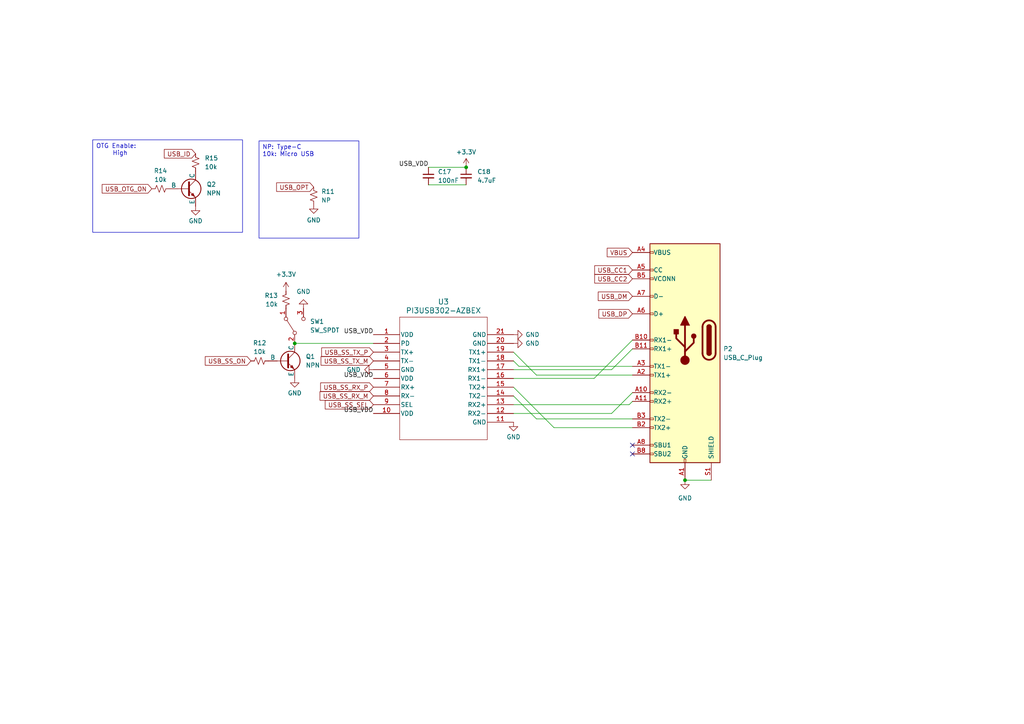
<source format=kicad_sch>
(kicad_sch (version 20230121) (generator eeschema)
  (paper "A4")
  (title_block (title "FusionX") (date "2023-08-17") (rev "1") (company "NoahGWood") (comment 1 "License: The Unlicense") (comment 2 "twitch.tv/u/noahgwood") (comment 3 "Developed Live On:") (comment 4 "SC600Y Based Smartphone"))
  (lib_symbols
    (symbol "2023-08-17_21-39-27:PI3USB302-AZBEX" (pin_names (offset 0.254))
      (property "Reference" "U" (at 20.32 10.16 0))
      (property "Value" "PI3USB302-AZBEX" (at 20.32 7.62 0))
      (symbol "PI3USB302-AZBEX_0_1"
        (polyline (pts (xy 7.62 -30.48) (xy 33.02 -30.48)) (stroke (width 0.127)))
        (polyline (pts (xy 7.62 5.08) (xy 7.62 -30.48)) (stroke (width 0.127)))
        (polyline (pts (xy 33.02 -30.48) (xy 33.02 5.08)) (stroke (width 0.127)))
        (polyline (pts (xy 33.02 5.08) (xy 7.62 5.08)) (stroke (width 0.127)))
        (pin power_in line (at 0 0 0) (length 7.62) (name "VDD") (number "1"))
        (pin power_in line (at 0 -22.86 0) (length 7.62) (name "VDD") (number "10"))
        (pin power_out line (at 40.64 -25.4 180) (length 7.62) (name "GND") (number "11"))
        (pin bidirectional line (at 40.64 -22.86 180) (length 7.62) (name "RX2-") (number "12"))
        (pin bidirectional line (at 40.64 -20.32 180) (length 7.62) (name "RX2+") (number "13"))
        (pin bidirectional line (at 40.64 -17.78 180) (length 7.62) (name "TX2-") (number "14"))
        (pin bidirectional line (at 40.64 -15.24 180) (length 7.62) (name "TX2+") (number "15"))
        (pin bidirectional line (at 40.64 -12.7 180) (length 7.62) (name "RX1-") (number "16"))
        (pin bidirectional line (at 40.64 -10.16 180) (length 7.62) (name "RX1+") (number "17"))
        (pin bidirectional line (at 40.64 -7.62 180) (length 7.62) (name "TX1-") (number "18"))
        (pin bidirectional line (at 40.64 -5.08 180) (length 7.62) (name "TX1+") (number "19"))
        (pin input line (at 0 -2.54 0) (length 7.62) (name "PD") (number "2"))
        (pin power_out line (at 40.64 -2.54 180) (length 7.62) (name "GND") (number "20"))
        (pin power_out line (at 40.64 0 180) (length 7.62) (name "GND") (number "21"))
        (pin bidirectional line (at 0 -5.08 0) (length 7.62) (name "TX+") (number "3"))
        (pin bidirectional line (at 0 -7.62 0) (length 7.62) (name "TX-") (number "4"))
        (pin power_out line (at 0 -10.16 0) (length 7.62) (name "GND") (number "5"))
        (pin power_in line (at 0 -12.7 0) (length 7.62) (name "VDD") (number "6"))
        (pin bidirectional line (at 0 -15.24 0) (length 7.62) (name "RX+") (number "7"))
        (pin bidirectional line (at 0 -17.78 0) (length 7.62) (name "RX-") (number "8"))
        (pin input line (at 0 -20.32 0) (length 7.62) (name "SEL") (number "9"))
      )
    )
    (symbol "Connector:USB_C_Plug" (pin_names (offset 1.016))
      (property "Reference" "P" (at -10.16 29.21 0))
      (property "Value" "USB_C_Plug" (at 10.16 29.21 0))
      (symbol "USB_C_Plug_0_0"
        (rectangle (start -0.254 -35.56) (end 0.254 -34.544))
        (rectangle (start 10.16 -32.766) (end 9.144 -33.274))
        (rectangle (start 10.16 -30.226) (end 9.144 -30.734))
        (rectangle (start 10.16 -25.146) (end 9.144 -25.654))
        (rectangle (start 10.16 -22.606) (end 9.144 -23.114))
        (rectangle (start 10.16 -17.526) (end 9.144 -18.034))
        (rectangle (start 10.16 -14.986) (end 9.144 -15.494))
        (rectangle (start 10.16 -9.906) (end 9.144 -10.414))
        (rectangle (start 10.16 -7.366) (end 9.144 -7.874))
        (rectangle (start 10.16 -2.286) (end 9.144 -2.794))
        (rectangle (start 10.16 0.254) (end 9.144 -0.254))
        (rectangle (start 10.16 7.874) (end 9.144 7.366))
        (rectangle (start 10.16 12.954) (end 9.144 12.446))
        (rectangle (start 10.16 18.034) (end 9.144 17.526))
        (rectangle (start 10.16 20.574) (end 9.144 20.066))
        (rectangle (start 10.16 25.654) (end 9.144 25.146))
      )
      (symbol "USB_C_Plug_0_1"
        (rectangle (start -10.16 27.94) (end 10.16 -35.56) (stroke (width 0.254)) (fill (type background)))
        (arc (start -8.89 -3.81) (mid -6.985 -5.7067) (end -5.08 -3.81) (stroke (width 0.508)))
        (arc (start -7.62 -3.81) (mid -6.985 -4.4423) (end -6.35 -3.81) (stroke (width 0.254)))
        (arc (start -7.62 -3.81) (mid -6.985 -4.4423) (end -6.35 -3.81) (stroke (width 0.254)) (fill (type outline)))
        (rectangle (start -7.62 -3.81) (end -6.35 3.81) (stroke (width 0.254)) (fill (type outline)))
        (arc (start -6.35 3.81) (mid -6.985 4.4423) (end -7.62 3.81) (stroke (width 0.254)))
        (arc (start -6.35 3.81) (mid -6.985 4.4423) (end -7.62 3.81) (stroke (width 0.254)) (fill (type outline)))
        (arc (start -5.08 3.81) (mid -6.985 5.7067) (end -8.89 3.81) (stroke (width 0.508)))
        (polyline (pts (xy -8.89 -3.81) (xy -8.89 3.81)) (stroke (width 0.508)))
        (polyline (pts (xy -5.08 3.81) (xy -5.08 -3.81)) (stroke (width 0.508)))
      )
      (symbol "USB_C_Plug_1_1"
        (circle (center -2.54 1.143) (radius 0.635) (stroke (width 0.254)) (fill (type outline)))
        (circle (center 0 -5.842) (radius 1.27) (fill (type outline)))
        (polyline (pts (xy 0 -5.842) (xy 0 4.318)) (stroke (width 0.508)))
        (polyline (pts (xy 0 -3.302) (xy -2.54 -0.762) (xy -2.54 0.508)) (stroke (width 0.508)))
        (polyline (pts (xy 0 -2.032) (xy 2.54 0.508) (xy 2.54 1.778)) (stroke (width 0.508)))
        (polyline (pts (xy -1.27 4.318) (xy 0 6.858) (xy 1.27 4.318) (xy -1.27 4.318)) (stroke (width 0.254)) (fill (type outline)))
        (rectangle (start 1.905 1.778) (end 3.175 3.048) (stroke (width 0.254)) (fill (type outline)))
        (pin passive line (at 0 -40.64 90) (length 5.08) (name "GND") (number "A1"))
        (pin bidirectional line (at 15.24 -15.24 180) (length 5.08) (name "RX2-") (number "A10"))
        (pin bidirectional line (at 15.24 -17.78 180) (length 5.08) (name "RX2+") (number "A11"))
        (pin passive line (at 0 -40.64 90) (length 5.08) hide (name "GND") (number "A12"))
        (pin bidirectional line (at 15.24 -10.16 180) (length 5.08) (name "TX1+") (number "A2"))
        (pin bidirectional line (at 15.24 -7.62 180) (length 5.08) (name "TX1-") (number "A3"))
        (pin passive line (at 15.24 25.4 180) (length 5.08) (name "VBUS") (number "A4"))
        (pin bidirectional line (at 15.24 20.32 180) (length 5.08) (name "CC") (number "A5"))
        (pin bidirectional line (at 15.24 7.62 180) (length 5.08) (name "D+") (number "A6"))
        (pin bidirectional line (at 15.24 12.7 180) (length 5.08) (name "D-") (number "A7"))
        (pin bidirectional line (at 15.24 -30.48 180) (length 5.08) (name "SBU1") (number "A8"))
        (pin passive line (at 15.24 25.4 180) (length 5.08) hide (name "VBUS") (number "A9"))
        (pin passive line (at 0 -40.64 90) (length 5.08) hide (name "GND") (number "B1"))
        (pin bidirectional line (at 15.24 0 180) (length 5.08) (name "RX1-") (number "B10"))
        (pin bidirectional line (at 15.24 -2.54 180) (length 5.08) (name "RX1+") (number "B11"))
        (pin passive line (at 0 -40.64 90) (length 5.08) hide (name "GND") (number "B12"))
        (pin bidirectional line (at 15.24 -25.4 180) (length 5.08) (name "TX2+") (number "B2"))
        (pin bidirectional line (at 15.24 -22.86 180) (length 5.08) (name "TX2-") (number "B3"))
        (pin passive line (at 15.24 25.4 180) (length 5.08) hide (name "VBUS") (number "B4"))
        (pin bidirectional line (at 15.24 17.78 180) (length 5.08) (name "VCONN") (number "B5"))
        (pin bidirectional line (at 15.24 -33.02 180) (length 5.08) (name "SBU2") (number "B8"))
        (pin passive line (at 15.24 25.4 180) (length 5.08) hide (name "VBUS") (number "B9"))
        (pin passive line (at -7.62 -40.64 90) (length 5.08) (name "SHIELD") (number "S1"))
      )
    )
    (symbol "Device:C_Small" (pin_numbers hide) (pin_names (offset 0.254) hide)
      (property "Reference" "C" (at 0.254 1.778 0))
      (property "Value" "C_Small" (at 0.254 -2.032 0))
      (symbol "C_Small_0_1"
        (polyline (pts (xy -1.524 -0.508) (xy 1.524 -0.508)) (stroke (width 0.3302)))
        (polyline (pts (xy -1.524 0.508) (xy 1.524 0.508)) (stroke (width 0.3048)))
      )
      (symbol "C_Small_1_1"
        (pin passive line (at 0 2.54 270) (length 2.032) (name "~") (number "1"))
        (pin passive line (at 0 -2.54 90) (length 2.032) (name "~") (number "2"))
      )
    )
    (symbol "Device:R_Small_US" (pin_numbers hide) (pin_names (offset 0.254) hide)
      (property "Reference" "R" (at 0.762 0.508 0))
      (property "Value" "R_Small_US" (at 0.762 -1.016 0))
      (symbol "R_Small_US_1_1"
        (polyline (pts (xy 0 0) (xy 1.016 -0.381) (xy 0 -0.762) (xy -1.016 -1.143) (xy 0 -1.524)))
        (polyline (pts (xy 0 1.524) (xy 1.016 1.143) (xy 0 0.762) (xy -1.016 0.381) (xy 0 0)))
        (pin passive line (at 0 2.54 270) (length 1.016) (name "~") (number "1"))
        (pin passive line (at 0 -2.54 90) (length 1.016) (name "~") (number "2"))
      )
    )
    (symbol "Simulation_SPICE:NPN" (pin_numbers hide) (pin_names (offset 0))
      (property "Reference" "Q" (at -2.54 7.62 0))
      (property "Value" "NPN" (at -2.54 5.08 0))
      (symbol "NPN_0_1"
        (polyline (pts (xy -2.54 0) (xy 0.635 0)) (stroke (width 0.1524)))
        (polyline (pts (xy 0.635 0.635) (xy 2.54 2.54)))
        (polyline (pts (xy 2.794 -1.27) (xy 2.794 -1.27)) (stroke (width 0.1524)))
        (polyline (pts (xy 2.794 -1.27) (xy 2.794 -1.27)) (stroke (width 0.1524)))
        (polyline (pts (xy 0.635 -0.635) (xy 2.54 -2.54) (xy 2.54 -2.54)))
        (polyline (pts (xy 0.635 1.905) (xy 0.635 -1.905) (xy 0.635 -1.905)) (stroke (width 0.508)))
        (polyline (pts (xy 1.27 -1.778) (xy 1.778 -1.27) (xy 2.286 -2.286) (xy 1.27 -1.778) (xy 1.27 -1.778)) (fill (type outline)))
        (circle (center 1.27 0) (radius 2.8194) (stroke (width 0.254)))
      )
      (symbol "NPN_1_1"
        (pin open_collector line (at 2.54 5.08 270) (length 2.54) (name "C") (number "1"))
        (pin input line (at -5.08 0 0) (length 2.54) (name "B") (number "2"))
        (pin open_emitter line (at 2.54 -5.08 90) (length 2.54) (name "E") (number "3"))
      )
    )
    (symbol "Switch:SW_SPDT" (pin_names (offset 0) hide)
      (property "Reference" "SW" (at 0 4.318 0))
      (property "Value" "SW_SPDT" (at 0 -5.08 0))
      (symbol "SW_SPDT_0_0"
        (circle (center -2.032 0) (radius 0.508))
        (circle (center 2.032 -2.54) (radius 0.508))
      )
      (symbol "SW_SPDT_0_1"
        (polyline (pts (xy -1.524 0.254) (xy 1.651 2.286)))
        (circle (center 2.032 2.54) (radius 0.508))
      )
      (symbol "SW_SPDT_1_1"
        (pin passive line (at 5.08 2.54 180) (length 2.54) (name "A") (number "1"))
        (pin passive line (at -5.08 0 0) (length 2.54) (name "B") (number "2"))
        (pin passive line (at 5.08 -2.54 180) (length 2.54) (name "C") (number "3"))
      )
    )
    (symbol "power:+3.3V" (power) (pin_names (offset 0))
      (property "Value" "+3.3V" (at 0 3.556 0))
      (symbol "+3.3V_0_1"
        (polyline (pts (xy -0.762 1.27) (xy 0 2.54)))
        (polyline (pts (xy 0 0) (xy 0 2.54)))
        (polyline (pts (xy 0 2.54) (xy 0.762 1.27)))
      )
      (symbol "+3.3V_1_1"
        (pin power_in line (at 0 0 90) (length 0) hide (name "+3.3V") (number "1"))
      )
    )
    (symbol "power:GND" (power) (pin_names (offset 0))
      (property "Value" "GND" (at 0 -3.81 0))
      (symbol "GND_0_1"
        (polyline (pts (xy 0 0) (xy 0 -1.27) (xy 1.27 -1.27) (xy 0 -2.54) (xy -1.27 -1.27) (xy 0 -1.27)))
      )
      (symbol "GND_1_1"
        (pin power_in line (at 0 0 270) (length 0) hide (name "GND") (number "1"))
      )
    )
  )
  (junction (at 198.6755 139.2768))
  (junction (at 135.2014 48.5272))
  (junction (at 85.4785 99.6018))
  (no_connect (at 183.4355 129.1168))
  (no_connect (at 183.4355 131.6568))
  (wire (pts (xy 148.9385 109.7618) (xy 172.3105 109.7618)))
  (wire (pts (xy 148.9385 119.9218) (xy 177.3905 119.9218)))
  (wire (pts (xy 183.4355 121.4968) (xy 155.5935 121.4968)))
  (wire (pts (xy 172.3105 109.7618) (xy 183.4355 98.6368)))
  (wire (pts (xy 85.4785 99.6018) (xy 108.2985 99.6018)))
  (wire (pts (xy 135.2014 48.5272) (xy 124.2826 48.5272)))
  (wire (pts (xy 124.2826 53.6072) (xy 124.2682 53.6216)))
  (wire (pts (xy 148.9385 117.3818) (xy 182.4705 117.3818)))
  (wire (pts (xy 148.9385 107.2218) (xy 177.3905 107.2218)))
  (wire (pts (xy 150.5135 106.2568) (xy 148.9385 104.6818)))
  (wire (pts (xy 177.3905 107.2218) (xy 183.4355 101.1768)))
  (wire (pts (xy 183.4355 124.0368) (xy 160.6735 124.0368)))
  (wire (pts (xy 183.4355 106.2568) (xy 150.5135 106.2568)))
  (wire (pts (xy 198.6755 139.2768) (xy 206.2955 139.2768)))
  (wire (pts (xy 160.6735 124.0368) (xy 148.9385 112.3018)))
  (wire (pts (xy 155.5935 121.4968) (xy 148.9385 114.8418)))
  (wire (pts (xy 135.2014 53.6072) (xy 124.2826 53.6072)))
  (wire (pts (xy 177.3905 119.9218) (xy 183.4355 113.8768)))
  (wire (pts (xy 155.5935 108.7968) (xy 148.9385 102.1418)))
  (wire (pts (xy 124.2826 48.5272) (xy 124.2682 48.5416)))
  (wire (pts (xy 183.4355 108.7968) (xy 155.5935 108.7968)))
  (wire (pts (xy 182.4705 117.3818) (xy 183.4355 116.4168)))
  (text_box "OTG Enable:\n	High" (at 26.8895 40.5624 0) (size 43.4594 26.8199) (effects (font (size 1.27 1.27)) (justify left top)))
  (text_box "NP: Type-C\n10k: Micro USB" (at 75.1248 40.8659 0) (size 28.9693 28.1988) (effects (font (size 1.27 1.27)) (justify left top)))
  (label "USB_VDD" (at 108.2985 97.0618 180))
  (label "USB_VDD" (at 124.2826 48.5272 180))
  (label "USB_VDD" (at 108.2985 119.9218 180))
  (label "USB_VDD" (at 108.2985 109.7618 180))
  (global_label "USB_CC2" (shape input) (at 183.4355 80.8568 180) (property "Intersheetrefs" "${INTERSHEET_REFS}" (effects hide)))
  (global_label "USB_SS_RX_P" (shape input) (at 108.2985 112.3018 180) (property "Intersheetrefs" "${INTERSHEET_REFS}" (effects hide)))
  (global_label "USB_OPT" (shape input) (at 90.9963 54.2752 180) (property "Intersheetrefs" "${INTERSHEET_REFS}" (effects hide)))
  (global_label "USB_SS_TX_P" (shape input) (at 108.2985 102.1418 180) (property "Intersheetrefs" "${INTERSHEET_REFS}" (effects hide)))
  (global_label "USB_ID" (shape input) (at 56.7288 44.5956 180) (property "Intersheetrefs" "${INTERSHEET_REFS}" (effects hide)))
  (global_label "USB_SS_ON" (shape input) (at 72.7785 104.6818 180) (property "Intersheetrefs" "${INTERSHEET_REFS}" (effects hide)))
  (global_label "USB_DP" (shape input) (at 183.4355 91.0168 180) (property "Intersheetrefs" "${INTERSHEET_REFS}" (effects hide)))
  (global_label "USB_CC1" (shape input) (at 183.4355 78.3168 180) (property "Intersheetrefs" "${INTERSHEET_REFS}" (effects hide)))
  (global_label "USB_SS_SEL" (shape input) (at 108.2985 117.3818 180) (property "Intersheetrefs" "${INTERSHEET_REFS}" (effects hide)))
  (global_label "USB_OTG_ON" (shape input) (at 44.0288 54.7556 180) (property "Intersheetrefs" "${INTERSHEET_REFS}" (effects hide)))
  (global_label "USB_SS_RX_M" (shape input) (at 108.2985 114.8418 180) (property "Intersheetrefs" "${INTERSHEET_REFS}" (effects hide)))
  (global_label "USB_SS_TX_M" (shape input) (at 108.2985 104.6818 180) (property "Intersheetrefs" "${INTERSHEET_REFS}" (effects hide)))
  (global_label "VBUS" (shape input) (at 183.4355 73.2368 180) (property "Intersheetrefs" "${INTERSHEET_REFS}" (effects hide)))
  (global_label "USB_DM" (shape input) (at 183.4355 85.9368 180) (property "Intersheetrefs" "${INTERSHEET_REFS}" (effects hide)))
  (symbol (lib_id "power:GND") (at 148.9385 99.6018 90) (unit 1)
    (property "Reference" "#PWR074" (effects hide))
    (property "Value" "GND" (at 152.3929 99.6018 90) (effects (justify right)))
  )
  (symbol (lib_id "power:GND") (at 90.9963 59.3552 0) (unit 1)
    (property "Reference" "#PWR063" (effects hide))
    (property "Value" "GND" (at 90.9963 63.8452 0))
  )
  (symbol (lib_id "power:GND") (at 56.7288 59.8356 0) (unit 1)
    (property "Reference" "#PWR070" (effects hide))
    (property "Value" "GND" (at 56.7288 64.0796 0))
  )
  (symbol (lib_id "Device:R_Small_US") (at 75.3185 104.6818 90) (unit 1)
    (property "Reference" "R12" (at 75.3185 99.472 90))
    (property "Value" "10k" (at 75.3185 102.012 90))
  )
  (symbol (lib_id "Device:R_Small_US") (at 56.7288 47.1356 180) (unit 1)
    (property "Reference" "R15" (at 59.3628 45.8656 0) (effects (justify right)))
    (property "Value" "10k" (at 59.3628 48.4056 0) (effects (justify right)))
  )
  (symbol (lib_id "power:GND") (at 148.9385 97.0618 90) (unit 1)
    (property "Reference" "#PWR062" (effects hide))
    (property "Value" "GND" (at 152.3929 97.0618 90) (effects (justify right)))
  )
  (symbol (lib_id "power:+3.3V") (at 135.2014 48.5272 0) (unit 1)
    (property "Reference" "#PWR072" (effects hide))
    (property "Value" "+3.3V" (at 135.2014 44.0959 0))
  )
  (symbol (lib_id "Switch:SW_SPDT") (at 85.4785 94.5218 90) (unit 1)
    (property "Reference" "SW1" (at 89.9164 93.2518 90) (effects (justify right)))
    (property "Value" "SW_SPDT" (at 89.9164 95.7918 90) (effects (justify right)))
  )
  (symbol (lib_id "Device:R_Small_US") (at 82.9478 86.9895 0) (mirror x) (unit 1)
    (property "Reference" "R13" (at 80.6346 85.7195 0) (effects (justify right)))
    (property "Value" "10k" (at 80.6346 88.2595 0) (effects (justify right)))
  )
  (symbol (lib_id "2023-08-17_21-39-27:PI3USB302-AZBEX") (at 108.2985 97.0618 0) (unit 1)
    (property "Reference" "U3" (at 128.6185 87.5358 0) (effects (font (size 1.524 1.524))))
    (property "Value" "PI3USB302-AZBEX" (at 128.6185 90.0758 0) (effects (font (size 1.524 1.524))))
    (property "Footprint" "Phone:20TQFN-ZB_PI3USB302-A_DIO" (effects hide))
    (property "Datasheet" "PI3USB302-AZBEX" (effects hide))
  )
  (symbol (lib_id "Device:R_Small_US") (at 90.9963 56.8152 0) (unit 1)
    (property "Reference" "R11" (at 93.183 55.5452 0) (effects (justify left)))
    (property "Value" "NP" (at 93.183 58.0852 0) (effects (justify left)))
  )
  (symbol (lib_id "Connector:USB_C_Plug") (at 198.6755 98.6368 0) (mirror y) (unit 1)
    (property "Reference" "P2" (at 209.7895 101.1768 0) (effects (justify right)))
    (property "Value" "USB_C_Plug" (at 209.7895 103.7168 0) (effects (justify right)))
    (property "Footprint" "Connector_USB:USB_C_Plug_JAE_DX07P024AJ1" (effects hide))
    (property "Datasheet" "https://www.usb.org/sites/default/files/documents/usb_type-c.zip" (effects hide))
  )
  (symbol (lib_id "Device:C_Small") (at 135.2014 51.0672 0) (unit 1)
    (property "Reference" "C18" (at 138.43 49.8035 0) (effects (justify left)))
    (property "Value" "4.7uF" (at 138.43 52.3435 0) (effects (justify left)))
  )
  (symbol (lib_id "Device:C_Small") (at 124.2682 51.0816 0) (unit 1)
    (property "Reference" "C17" (at 127 49.8179 0) (effects (justify left)))
    (property "Value" "100nF" (at 127 52.3579 0) (effects (justify left)))
  )
  (symbol (lib_id "power:GND") (at 88.0185 89.4418 180) (unit 1)
    (property "Reference" "#PWR067" (effects hide))
    (property "Value" "GND" (at 88.0185 84.565 0))
  )
  (symbol (lib_id "Simulation_SPICE:NPN") (at 54.1888 54.7556 0) (unit 1)
    (property "Reference" "Q2" (at 59.9099 53.4856 0) (effects (justify left)))
    (property "Value" "NPN" (at 59.9099 56.0256 0) (effects (justify left)))
    (property "Sim.Device" "NPN" (effects hide))
    (property "Sim.Type" "GUMMELPOON" (effects hide))
    (property "Sim.Pins" "1=C 2=B 3=E" (effects hide))
  )
  (symbol (lib_id "power:+3.3V") (at 82.9478 84.4495 0) (unit 1)
    (property "Reference" "#PWR065" (effects hide))
    (property "Value" "+3.3V" (at 82.9478 79.5861 0))
  )
  (symbol (lib_id "Device:R_Small_US") (at 46.5688 54.7556 90) (unit 1)
    (property "Reference" "R14" (at 46.5688 49.5458 90))
    (property "Value" "10k" (at 46.5688 52.0858 90))
  )
  (symbol (lib_id "Simulation_SPICE:NPN") (at 82.9385 104.6818 0) (unit 1)
    (property "Reference" "Q1" (at 88.6596 103.4118 0) (effects (justify left)))
    (property "Value" "NPN" (at 88.6596 105.9518 0) (effects (justify left)))
    (property "Sim.Device" "NPN" (effects hide))
    (property "Sim.Type" "GUMMELPOON" (effects hide))
    (property "Sim.Pins" "1=C 2=B 3=E" (effects hide))
  )
  (symbol (lib_id "power:GND") (at 85.4785 109.7618 0) (unit 1)
    (property "Reference" "#PWR064" (effects hide))
    (property "Value" "GND" (at 85.4785 114.0058 0))
  )
  (symbol (lib_id "power:GND") (at 198.6755 139.2768 0) (unit 1)
    (property "Reference" "#PWR066" (effects hide))
    (property "Value" "GND" (at 198.6755 144.4721 0))
  )
  (symbol (lib_id "power:GND") (at 148.9385 122.4618 0) (unit 1)
    (property "Reference" "#PWR061" (effects hide))
    (property "Value" "GND" (at 148.9385 126.729 0))
  )
  (symbol (lib_id "power:GND") (at 108.2985 107.2218 270) (unit 1)
    (property "Reference" "#PWR068" (effects hide))
    (property "Value" "GND" (at 104.6065 107.2218 90) (effects (justify right)))
  )
)
</source>
